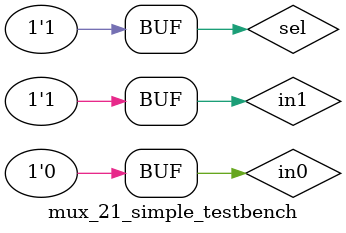
<source format=v>
`timescale 1ns / 1ps


module mux_21_simple_testbench;

	
	reg in0;
	reg in1;
	reg sel;

	// Outputs
	wire out;

	// Instantiate the Unit Under Test (UUT)
	mux_21_case uut (
		.in0(in0), 
		.in1(in1),
		.sel(sel), 
		.out(out)
	);

	
		initial begin
		// Initialize Inputs
		in0 = 1;
		in1=0;
		sel = 0;
		

		// Wait 100 ns for global reset to finish
		#100;
      in0 = 0;
		sel = 1;
		in1=1;
		
		end 

      
endmodule


</source>
